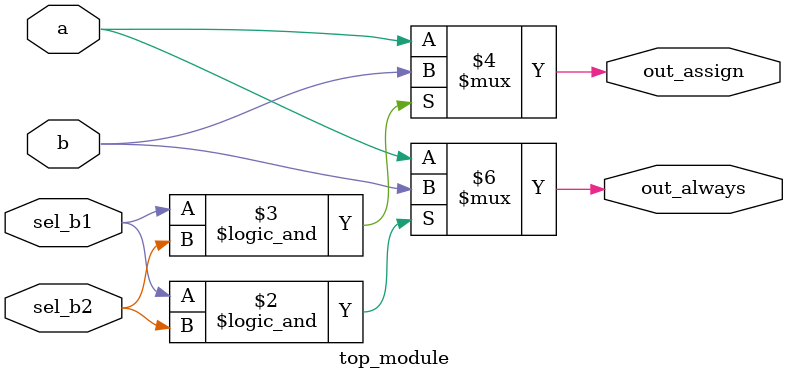
<source format=v>
module top_module(
    input a,
    input b,
    input sel_b1,
    input sel_b2,
    output wire out_assign,
    output reg out_always   ); 
    always@(*)begin
        if(sel_b1&&sel_b2)begin
            out_always = b;
        end
        else begin
            out_always = a;
    	end
    end
    assign out_assign = (sel_b1&&sel_b2) ? b : a;
endmodule

</source>
